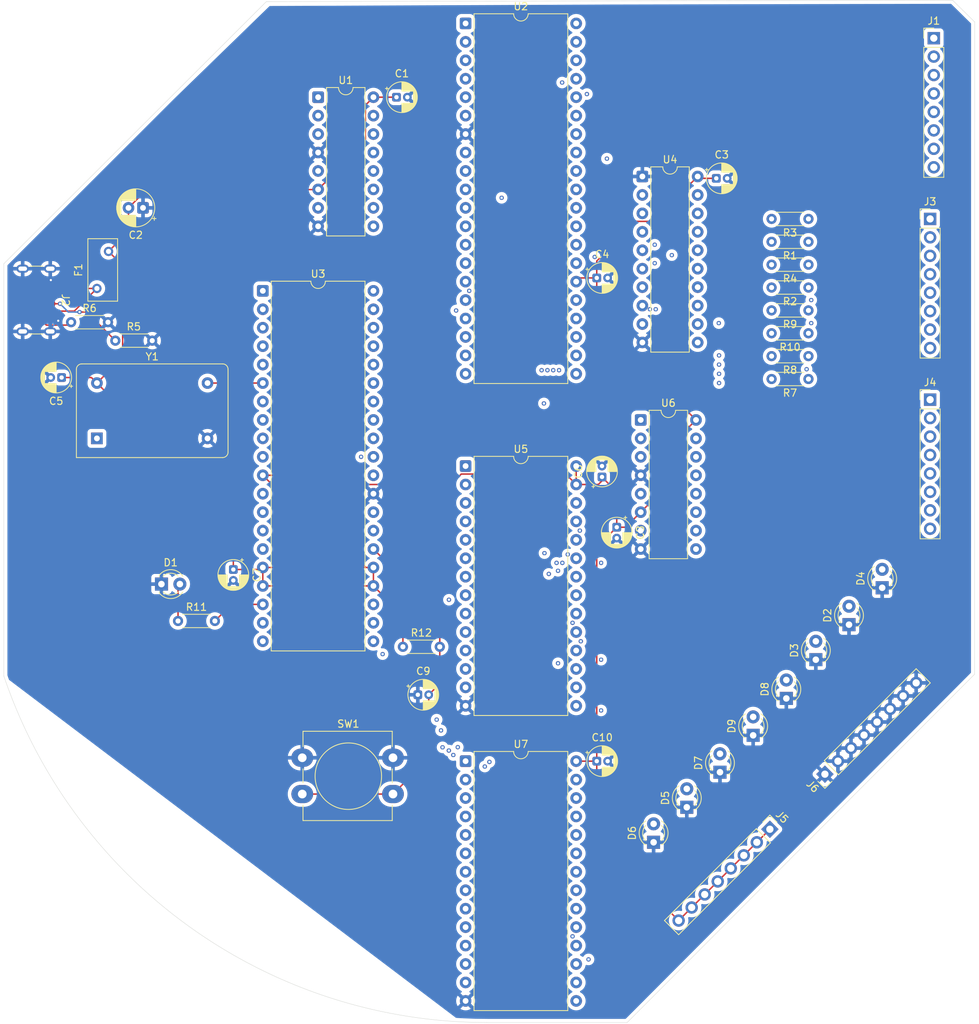
<source format=kicad_pcb>
(kicad_pcb (version 20241229) (generator "pcbnew") (generator_version "9.0")
  (layers (0 "F.Cu" signal "Positive.Cu") (4 "In1.Cu" signal "A1.Cu") (6 "In2.Cu" signal "A2.Cu") (8 "In3.Cu" signal "D1.Cu") (10 "In4.Cu" signal "D2.Cu") (12 "In5.Cu" signal "MIsc1.Cu") (14 "In6.Cu" signal "Misc2.Cu") (16 "In7.Cu" signal) (18 "In8.Cu" signal) (2 "B.Cu" signal) (13 "F.Paste" user) (15 "B.Paste" user) (5 "F.SilkS" user "F.Silkscreen") (7 "B.SilkS" user "B.Silkscreen") (1 "F.Mask" user) (3 "B.Mask" user) (25 "Edge.Cuts" user))
  (net 0 "")
  (net 1 "+5V")
  (net 2 "GND")
  (net 3 "{slash}RESET")
  (net 4 "Net-(D1-A)")
  (net 5 "Net-(D2-A)")
  (net 6 "Net-(D3-A)")
  (net 7 "Net-(D4-A)")
  (net 8 "Net-(D5-A)")
  (net 9 "Net-(D6-A)")
  (net 10 "Net-(D7-A)")
  (net 11 "Net-(D8-A)")
  (net 12 "Net-(D9-A)")
  (net 13 "Net-(F1-Pad1)")
  (net 14 "Net-(J2-Pin_3)")
  (net 15 "Net-(J2-Pin_7)")
  (net 16 "Net-(J2-Pin_1)")
  (net 17 "Net-(J2-Pin_8)")
  (net 18 "Net-(J2-Pin_4)")
  (net 19 "Net-(J2-Pin_5)")
  (net 20 "Net-(J2-Pin_6)")
  (net 21 "Net-(J2-Pin_2)")
  (net 22 "Net-(J3-Pin_5)")
  (net 23 "Net-(J3-Pin_6)")
  (net 24 "Net-(J3-Pin_3)")
  (net 25 "Net-(J3-Pin_7)")
  (net 26 "Net-(J3-Pin_2)")
  (net 27 "Net-(J3-Pin_1)")
  (net 28 "Net-(J3-Pin_8)")
  (net 29 "Net-(J3-Pin_4)")
  (net 30 "Net-(J4-Pin_8)")
  (net 31 "Net-(J4-Pin_5)")
  (net 32 "Net-(J4-Pin_2)")
  (net 33 "Net-(J4-Pin_7)")
  (net 34 "Net-(J4-Pin_4)")
  (net 35 "Net-(J4-Pin_1)")
  (net 36 "Net-(J4-Pin_6)")
  (net 37 "Net-(J4-Pin_3)")
  (net 38 "Net-(U1-~{HALT})")
  (net 39 "Net-(U3-O0)")
  (net 40 "Net-(U3-O1)")
  (net 41 "Net-(U3-O2)")
  (net 42 "Net-(U3-O3)")
  (net 43 "Net-(U3-O4)")
  (net 44 "Net-(U3-O5)")
  (net 45 "Net-(U3-O6)")
  (net 46 "Net-(U3-O7)")
  (net 47 "Net-(J5-CC1)")
  (net 48 "Net-(J5-CC2)")
  (net 49 "/D0")
  (net 50 "/A15")
  (net 51 "Net-(U1-CLK)")
  (net 52 "{slash}IORQ")
  (net 53 "A1")
  (net 54 "/A7")
  (net 55 "/D1")
  (net 57 "{slash}RD")
  (net 59 "{slash}WR")
  (net 60 "/D4")
  (net 61 "/A3")
  (net 62 "/A14")
  (net 63 "/A12")
  (net 64 "/D7")
  (net 65 "/D3")
  (net 66 "{slash}MREQ")
  (net 67 "/A13")
  (net 68 "/A10")
  (net 69 "/A8")
  (net 70 "/A4")
  (net 71 "/A5")
  (net 72 "/A9")
  (net 73 "/D2")
  (net 75 "/A11")
  (net 76 "/A2")
  (net 77 "/A6")
  (net 78 "/D6")
  (net 79 "/D5")
  (net 80 "A0")
  (net 81 "{slash}CE RAM")
  (net 82 "{slash}LE")
  (net 85 "{slash}CS")
  (net 92 "{slash}CE ROM")
  (footprint "Capacitor_THT:CP_Radial_D4.0mm_P1.50mm" (layer "F.Cu") (at 147.828 94.781401 -90)
    (property "Reference" "C8")
    (property "Value" "0.1u")
  )
  (footprint "Capacitor_THT:CP_Radial_D4.0mm_P1.50mm" (layer "F.Cu") (at 161.544 46.736)
    (property "Reference" "C3")
    (property "Value" "0.1u")
  )
  (footprint "Connector_USB:USB_C_Receptacle_GCT_USB4125-xx-x-0190_6P_TopMnt_Horizontal" (layer "F.Cu") (at 66.77 63.5 -90)
    (property "Reference" "J2")
    (property "Value" "USB_C_Receptacle_PowerOnly_6P" (hide yes))
  )
  (footprint "Connector_PinHeader_2.54mm:PinHeader_1x08_P2.54mm_Vertical" (layer "F.Cu") (at 191.008 52.324)
    (property "Reference" "J3")
    (property "Value" "Conn_01x08_Pin")
  )
  (footprint "Package_DIP:DIP-28_W15.24mm" (layer "F.Cu") (at 127 127)
    (property "Reference" "U7")
    (property "Value" "HM62256BLP")
  )
  (footprint "LED_THT:LED_D3.0mm" (layer "F.Cu") (at 166.624 123.444 90)
    (property "Reference" "D9")
    (property "Value" "LED")
  )
  (footprint "Resistor_THT:R_Axial_DIN0204_L3.6mm_D1.6mm_P5.08mm_Horizontal" (layer "F.Cu") (at 174.244 61.774 180)
    (property "Reference" "R2")
    (property "Value" "220")
  )
  (footprint "Resistor_THT:R_Axial_DIN0204_L3.6mm_D1.6mm_P5.08mm_Horizontal" (layer "F.Cu") (at 174.244 74.374 180)
    (property "Reference" "R7")
    (property "Value" "220")
  )
  (footprint "Package_DIP:DIP-40_W15.24mm" (layer "F.Cu") (at 127 25.4)
    (property "Reference" "U2")
    (property "Value" "8255")
  )
  (footprint "Resistor_THT:R_Axial_DIN0204_L3.6mm_D1.6mm_P5.08mm_Horizontal" (layer "F.Cu") (at 174.244 68.074 180)
    (property "Reference" "R10")
    (property "Value" "220")
  )
  (footprint "Package_DIP:DIP-28_W15.24mm" (layer "F.Cu") (at 127 86.36)
    (property "Reference" "U5")
    (property "Value" "KM28C64A")
  )
  (footprint "Capacitor_THT:CP_Radial_D4.0mm_P1.50mm" (layer "F.Cu") (at 117.475 35.56)
    (property "Reference" "C1")
    (property "Value" "0.1u")
  )
  (footprint "Connector_PinHeader_2.54mm:PinHeader_1x08_P2.54mm_Vertical" (layer "F.Cu") (at 176.511949 128.796051 135)
    (property "Reference" "J6")
    (property "Value" "Conn_01x08_Pin")
  )
  (footprint "Connector_PinHeader_2.54mm:PinHeader_1x08_P2.54mm_Vertical" (layer "F.Cu") (at 168.928051 136.379949 -45)
    (property "Reference" "J5")
    (property "Value" "Conn_01x08_Pin")
  )
  (footprint "Capacitor_THT:CP_Radial_D4.0mm_P1.50mm" (layer "F.Cu") (at 71.3346 74.168 180)
    (property "Reference" "C5")
    (property "Value" "0.1u")
  )
  (footprint "Capacitor_THT:CP_Radial_D4.0mm_P1.50mm" (layer "F.Cu") (at 94.996 100.608 -90)
    (property "Reference" "C7")
    (property "Value" "0.1u")
  )
  (footprint "LED_THT:LED_D3.0mm" (layer "F.Cu") (at 179.832 108.204 90)
    (property "Reference" "D2")
    (property "Value" "LED")
  )
  (footprint "Resistor_THT:R_Axial_DIN0204_L3.6mm_D1.6mm_P5.08mm_Horizontal" (layer "F.Cu") (at 174.244 64.924 180)
    (property "Reference" "R9")
    (property "Value" "220")
  )
  (footprint "Capacitor_THT:CP_Radial_D5.0mm_P2.00mm" (layer "F.Cu") (at 82.55 50.8 180)
    (property "Reference" "C2")
    (property "Value" "10u")
  )
  (footprint "Package_DIP:DIP-40_W15.24mm" (layer "F.Cu") (at 99.06 62.23)
    (property "Reference" "U3")
    (property "Value" "Z84C00xxP")
  )
  (footprint "LED_THT:LED_D3.0mm" (layer "F.Cu") (at 157.48 133.35 90)
    (property "Reference" "D5")
    (property "Value" "LED")
  )
  (footprint "LED_THT:LED_D3.0mm" (layer "F.Cu") (at 171.196 118.364 90)
    (property "Reference" "D8")
    (property "Value" "LED")
  )
  (footprint "Connector_PinHeader_2.54mm:PinHeader_1x08_P2.54mm_Vertical" (layer "F.Cu") (at 191.008 77.216)
    (property "Reference" "J4")
    (property "Value" "Conn_01x08_Pin")
  )
  (footprint "Package_DIP:CERDIP-16_W7.62mm_SideBrazed" (layer "F.Cu") (at 151.13 80.01)
    (property "Reference" "U6")
    (property "Value" "74HC138")
  )
  (footprint "Resistor_THT:R_Axial_DIN0204_L3.6mm_D1.6mm_P5.08mm_Horizontal" (layer "F.Cu") (at 87.376 107.696)
    (property "Reference" "R11")
    (property "Value" "220")
  )
  (footprint "Capacitor_THT:CP_Radial_D4.0mm_P1.50mm" (layer "F.Cu") (at 120.42 117.856)
    (property "Reference" "C9")
    (property "Value" "100nF")
  )
  (footprint "Resistor_THT:R_Axial_DIN0204_L3.6mm_D1.6mm_P5.08mm_Horizontal" (layer "F.Cu") (at 174.244 52.324 180)
    (property "Reference" "R3")
    (property "Value" "220")
  )
  (footprint "Connector_PinHeader_2.54mm:PinHeader_1x08_P2.54mm_Vertical" (layer "F.Cu") (at 191.516 27.432)
    (property "Reference" "J1")
    (property "Value" "Conn_01x08_Pin")
  )
  (footprint "Capacitor_THT:CP_Radial_D4.0mm_P1.50mm" (layer "F.Cu") (at 145.073401 127)
    (property "Reference" "C10")
    (property "Value" "0.1u")
  )
  (footprint "Resistor_THT:R_Axial_DIN0204_L3.6mm_D1.6mm_P5.08mm_Horizontal" (layer "F.Cu") (at 174.244 71.224 180)
    (property "Reference" "R8")
    (property "Value" "220")
  )
  (footprint "Oscillator:Oscillator_DIP-14" (layer "F.Cu") (at 76.2 82.55)
    (property "Reference" "Y1")
    (property "Value" "ACO-xxxMHz")
  )
  (footprint "Resistor_THT:R_Axial_DIN0204_L3.6mm_D1.6mm_P5.08mm_Horizontal" (layer "F.Cu") (at 72.644 66.548)
    (property "Reference" "R6")
    (property "Value" "5.1k")
  )
  (footprint "Resistor_THT:R_Axial_DIN0204_L3.6mm_D1.6mm_P5.08mm_Horizontal" (layer "F.Cu") (at 118.364 111.252)
    (property "Reference" "R12")
    (property "Value" "5k")
  )
  (footprint "LED_THT:LED_D3.0mm" (layer "F.Cu") (at 152.908 138.176 90)
    (property "Reference" "D6")
    (property "Value" "LED")
  )
  (footprint "Resistor_THT:R_Axial_DIN0204_L3.6mm_D1.6mm_P5.08mm_Horizontal" (layer "F.Cu") (at 174.244 58.624 180)
    (property "Reference" "R4")
    (property "Value" "220")
  )
  (footprint "Resistor_THT:R_Axial_DIN0204_L3.6mm_D1.6mm_P5.08mm_Horizontal" (layer "F.Cu") (at 78.74 69.088)
    (property "Reference" "R5")
    (property "Value" "5.1k")
  )
  (footprint "LED_THT:LED_D3.0mm" (layer "F.Cu") (at 85.09 102.616)
    (property "Reference" "D1")
    (property "Value" "LED")
  )
  (footprint "LED_THT:LED_D3.0mm" (layer "F.Cu") (at 175.26 113.03 90)
    (property "Reference" "D3")
    (property "Value" "LED")
  )
  (footprint "Package_DIP:CERDIP-20_W7.62mm_SideBrazed" (layer "F.Cu") (at 151.36 46.482)
    (property "Reference" "U4")
    (property "Value" "74LS373")
  )
  (footprint "LED_THT:LED_D3.0mm" (layer "F.Cu") (at 162.052 128.524 90)
    (property "Reference" "D7")
    (property "Value" "LED")
  )
  (footprint "Capacitor_THT:CP_Radial_D4.0mm_P1.50mm" (layer "F.Cu") (at 145.073401 60.452)
    (property "Reference" "C4")
    (property "Value" "0.1u")
  )
  (footprint "Package_DIP:CERDIP-16_W7.62mm_SideBrazed" (layer "F.Cu") (at 106.68 35.56)
    (property "Reference" "U1")
    (property "Value" "74HC138")
  )
  (footprint "Capacitor_THT:CP_Radial_D4.0mm_P1.50mm" (layer "F.Cu") (at 145.796 87.86 90)
    (property "Reference" "C6")
    (property "Value" "0.1u")
  )
  (footprint "LED_THT:LED_D3.0mm" (layer "F.Cu") (at 184.404 103.124 90)
    (property "Reference" "D4")
    (property "Value" "LED")
  )
  (footprint "Button_Switch_THT:SW_PUSH-12mm_Wuerth-430476085716" (layer "F.Cu") (at 104.494 126.532)
    (property "Reference" "SW1")
    (property "Value" "SW_Push")
  )
  (footprint "Fuse:Fuse_BelFuse_0ZRE0005FF_L8.3mm_W3.8mm" (layer "F.Cu") (at 76.2 61.9 90)
    (property "Reference" "F1")
    (property "Value" "Polyfuse_Small")
  )
  (footprint "Resistor_THT:R_Axial_DIN0204_L3.6mm_D1.6mm_P5.08mm_Horizontal" (layer "F.Cu") (at 174.244 55.474 180)
    (property "Reference" "R1")
    (property "Value" "220")
  )
  (gr_line (start 63.37 58.5) (end 63.37 115.27) (stroke (width 0.05)) (layer "Edge.Cuts"))
  (gr_line (start 149.26 163) (end 129.95 163) (stroke (width 0.05)) (layer "Edge.Cuts"))
  (gr_line (start 194.1 22.2) (end 197.15 25.2) (stroke (width 0.05)) (layer "Edge.Cuts"))
  (gr_line (start 197.15 25.2) (end 197.14 115.03) (stroke (width 0.05)) (layer "Edge.Cuts"))
  (gr_line (start 194.1 22.2) (end 99.54 22.4) (stroke (width 0.05)) (layer "Edge.Cuts"))
  (gr_arc (start 129.95 162.994714) (mid 88.991043 149.831199) (end 63.37 115.27) (stroke (width 0.05)) (layer "Edge.Cuts"))
  (gr_line (start 99.54 22.4) (end 63.37 58.5) (stroke (width 0.05)) (layer "Edge.Cuts"))
  (gr_line (start 197.14 115.03) (end 149.26 163) (stroke (width 0.05)) (layer "Edge.Cuts"))
  (gr_text "Bury a Friend, Comrade!!!!" (at 95.7 118.82 0) (layer "F.Cu") (effects (font (size 1.5 1.5) (thickness 0.3) (bold yes)) (justify bottom)))
  (segment (start 145.288 88.9) (end 142.24 88.9) (width 0.2) (layer "F.Cu") (net 1))
  (segment (start 145.073401 66.333401) (end 145.073401 60.452) (width 0.2) (layer "F.Cu") (net 1))
  (segment (start 145.073401 127) (end 142.24 127) (width 0.2) (layer "F.Cu") (net 1))
  (segment (start 98.782 100.608) (end 99.06 100.33) (width 0.2) (layer "F.Cu") (net 1))
  (segment (start 153.416 90.424) (end 153.416 85.344) (width 0.2) (layer "F.Cu") (net 1))
  (segment (start 118.364 106.934) (end 114.3 102.87) (width 0.2) (layer "F.Cu") (net 1))
  (segment (start 145.796 88.392) (end 145.288 88.9) (width 0.2) (layer "F.Cu") (net 1))
  (segment (start 75.438 74.168) (end 76.2 74.93) (width 0.2) (layer "F.Cu") (net 1))
  (segment (start 94.996 93.726) (end 94.996 100.608) (width 0.2) (layer "F.Cu") (net 1))
  (segment (start 153.416 85.344) (end 158.75 80.01) (width 0.2) (layer "F.Cu") (net 1))
  (segment (start 113.284 100.33) (end 100.584 87.63) (width 0.2) (layer "F.Cu") (net 1))
  (segment (start 145.073401 127) (end 145.073401 137.670017) (width 0.2) (layer "F.Cu") (net 1))
  (segment (start 147.828 89.916) (end 147.828 94.781401) (width 0.2) (layer "F.Cu") (net 1))
  (segment (start 145.796 87.884) (end 147.828 89.916) (width 0.2) (layer "F.Cu") (net 1))
  (segment (start 140.801 87.461) (end 142.24 88.9) (width 0.2) (layer "F.Cu") (net 1))
  (segment (start 83.066 48.284) (end 103.124 48.284) (width 0.2) (layer "F.Cu") (net 1))
  (segment (start 145.073401 137.670017) (end 156.355692 148.952308) (width 0.2) (layer "F.Cu") (net 1))
  (segment (start 71.3346 74.168) (end 75.438 74.168) (width 0.2) (layer "F.Cu") (net 1))
  (segment (start 114.3 100.33) (end 113.284 100.33) (width 0.2) (layer "F.Cu") (net 1))
  (segment (start 152.799 52.663) (end 150.537 52.663) (width 0.2) (layer "F.Cu") (net 1))
  (segment (start 76.2 74.93) (end 79.741 71.389) (width 0.2) (layer "F.Cu") (net 1))
  (segment (start 158.98 46.482) (end 152.799 52.663) (width 0.2) (layer "F.Cu") (net 1))
  (segment (start 149.058599 94.781401) (end 151.13 92.71) (width 0.2) (layer "F.Cu") (net 1))
  (segment (start 113.199 41.741) (end 113.199 36.661) (width 0.2) (layer "F.Cu") (net 1))
  (segment (start 145.312 88.9) (end 145.288 88.9) (width 0.2) (layer "F.Cu") (net 1))
  (segment (start 145.073401 97.536) (end 145.073401 127) (width 0.2) (layer "F.Cu") (net 1))
  (segment (start 145.073401 60.452) (end 142.748 60.452) (width 0.2) (layer "F.Cu") (net 1))
  (segment (start 151.13 92.71) (end 153.416 90.424) (width 0.2) (layer "F.Cu") (net 1))
  (segment (start 159.234 46.736) (end 158.98 46.482) (width 0.2) (layer "F.Cu") (net 1))
  (segment (start 114.3 35.56) (end 117.475 35.56) (width 0.2) (layer "F.Cu") (net 1))
  (segment (start 103.124 48.284) (end 106.656 48.284) (width 0.2) (layer "F.Cu") (net 1))
  (segment (start 100.33 88.9) (end 124.968 88.9) (width 0.2) (layer "F.Cu") (net 1))
  (segment (start 147.828 94.781401) (end 145.073401 97.536) (width 0.2) (layer "F.Cu") (net 1))
  (segment (start 161.544 46.736) (end 159.234 46.736) (width 0.2) (layer "F.Cu") (net 1))
  (segment (start 94.996 100.608) (end 98.782 100.608) (width 0.2) (layer "F.Cu") (net 1))
  (segment (start 150.537 52.663) (end 145.073401 58.126599) (width 0.2) (layer "F.Cu") (net 1))
  (segment (start 79.741 71.389) (end 79.741 58.741) (width 0.2) (layer "F.Cu") (net 1))
  (segment (start 76.2 74.93) (end 94.996 93.726) (width 0.2) (layer "F.Cu") (net 1))
  (segment (start 77.8 56.8) (end 80.55 54.05) (width 0.2) (layer "F.Cu") (net 1))
  (segment (start 79.741 58.741) (end 77.8 56.8) (width 0.2) (layer "F.Cu") (net 1))
  (segment (start 118.364 111.252) (end 118.364 106.934) (width 0.2) (layer "F.Cu") (net 1))
  (segment (start 126.407 87.461) (end 140.801 87.461) (width 0.2) (layer "F.Cu") (net 1))
  (segment (start 147.828 94.781401) (end 149.058599 94.781401) (width 0.2) (layer "F.Cu") (net 1))
  (segment (start 124.968 88.9) (end 126.407 87.461) (width 0.2) (layer "F.Cu") (net 1))
  (segment (start 113.199 36.661) (end 114.3 35.56) (width 0.2) (layer "F.Cu") (net 1))
  (segment (start 99.06 102.87) (end 99.06 100.33) (width 0.2) (layer "F.Cu") (net 1))
  (segment (start 142.748 60.452) (end 142.24 60.96) (width 0.2) (layer "F.Cu") (net 1))
  (segment (start 106.656 48.284) (end 106.68 48.26) (width 0.2) (layer "F.Cu") (net 1))
  (segment (start 114.3 102.87) (end 114.3 100.33) (width 0.2) (layer "F.Cu") (net 1))
  (segment (start 99.06 100.33) (end 114.3 100.33) (width 0.2) (layer "F.Cu") (net 1))
  (segment (start 100.584 87.63) (end 99.06 87.63) (width 0.2) (layer "F.Cu") (net 1))
  (segment (start 142.24 88.9) (end 142.24 86.36) (width 0.2) (layer "F.Cu") (net 1))
  (segment (start 80.55 50.8) (end 83.066 48.284) (width 0.2) (layer "F.Cu") (net 1))
  (segment (start 145.073401 58.126599) (end 145.073401 60.452) (width 0.2) (layer "F.Cu") (net 1))
  (segment (start 99.06 87.63) (end 100.33 88.9) (width 0.2) (layer "F.Cu") (net 1))
  (segment (start 80.55 54.05) (end 80.55 50.8) (width 0.2) (layer "F.Cu") (net 1))
  (segment (start 145.796 87.86) (end 145.796 87.884) (width 0.2) (layer "F.Cu") (net 1))
  (segment (start 99.06 102.87) (end 114.3 102.87) (width 0.2) (layer "F.Cu") (net 1))
  (segment (start 158.75 80.01) (end 145.073401 66.333401) (width 0.2) (layer "F.Cu") (net 1))
  (segment (start 106.68 48.26) (end 113.199 41.741) (width 0.2) (layer "F.Cu") (net 1))
  (segment (start 156.355692 148.952308) (end 168.928051 136.379949) (width 0.2) (layer "F.Cu") (net 1))
  (segment (start 145.796 87.86) (end 145.796 88.392) (width 0.2) (layer "F.Cu") (net 1))
  (segment (start 69.951 66.351) (end 69.85 66.25) (width 0.2) (layer "F.Cu") (net 2))
  (segment (start 70.87 66.351) (end 69.951 66.351) (width 0.2) (layer "F.Cu") (net 2))
  (via (at 70.87 66.351) (size 0.6) (drill 0.3) (layers "F.Cu" "B.Cu") (net 2))
  (via (at 69.85 60.75) (size 0.6) (drill 0.3) (layers "F.Cu" "B.Cu") (net 2))
  (segment (start 69.77 67.82) (end 69.77 67.451) (width 0.2) (layer "B.Cu") (net 2))
  (segment (start 69.77 59.18) (end 69.77 60.67) (width 0.2) (layer "B.Cu") (net 2))
  (segment (start 69.77 67.451) (end 70.87 66.351) (width 0.2) (layer "B.Cu") (net 2))
  (segment (start 69.77 60.67) (end 69.85 60.75) (width 0.2) (layer "B.Cu") (net 2))
  (segment (start 65.97 59.18) (end 69.77 59.18) (width 0.2) (layer "B.Cu") (net 2))
  (segment (start 123.444 106.934) (end 114.3 97.79) (width 0.2) (layer "F.Cu") (net 3))
  (segment (start 123.444 111.252) (end 123.444 116.332) (width 0.2) (layer "F.Cu") (net 3))
  (segment (start 121.92 126.606) (end 116.994 131.532) (width 0.2) (layer "F.Cu") (net 3))
  (segment (start 123.444 116.332) (end 121.92 117.856) (width 0.2) (layer "F.Cu") (net 3))
  (segment (start 104.494 131.532) (end 116.994 131.532) (width 0.2) (layer "F.Cu") (net 3))
  (segment (start 123.444 111.252) (end 123.444 106.934) (width 0.2) (layer "F.Cu") (net 3))
  (segment (start 121.92 117.856) (end 121.92 126.606) (width 0.2) (layer "F.Cu") (net 3))
  (segment (start 87.376 107.696) (end 87.376 102.87) (width 0.2) (layer "F.Cu") (net 4))
  (segment (start 87.376 102.87) (end 87.63 102.616) (width 0.2) (layer "F.Cu") (net 4))
  (via (at 173.99 73.025) (size 0.6) (drill 0.3) (layers "F.Cu" "B.Cu") (net 6))
  (via (at 174.625 66.675) (size 0.6) (drill 0.3) (layers "F.Cu" "B.Cu") (net 8))
  (via (at 174.625 63.5) (size 0.6) (drill 0.3) (layers "F.Cu" "B.Cu") (net 9))
  (segment (start 69.93 61.9) (end 69.85 61.98) (width 0.2) (layer "F.Cu") (net 13))
  (segment (start 76.2 61.9) (end 73.08 65.02) (width 0.2) (layer "F.Cu") (net 13))
  (segment (start 76.2 61.9) (end 69.93 61.9) (width 0.2) (layer "F.Cu") (net 13))
  (segment (start 73.08 65.02) (end 69.85 65.02) (width 0.2) (layer "F.Cu") (net 13))
  (via (at 137.795 77.735) (size 0.6) (drill 0.3) (layers "F.Cu" "B.Cu") (net 15))
  (via (at 140.303273 33.541097) (size 0.6) (drill 0.3) (layers "F.Cu" "B.Cu") (net 17))
  (via (at 143.71576 35.13076) (size 0.6) (drill 0.3) (layers "F.Cu" "B.Cu") (net 20))
  (via (at 139.875765 73.159) (size 0.6) (drill 0.3) (layers "F.Cu" "B.Cu") (net 22))
  (via (at 139.075762 73.159) (size 0.6) (drill 0.3) (layers "F.Cu" "B.Cu") (net 23))
  (via (at 138.275759 73.159) (size 0.6) (drill 0.3) (layers "F.Cu" "B.Cu") (net 25))
  (via (at 137.475756 73.159) (size 0.6) (drill 0.3) (layers "F.Cu" "B.Cu") (net 28))
  (segment (start 92.456 107.696) (end 94.742 105.41) (width 0.2) (layer "F.Cu") (net 38))
  (segment (start 94.742 105.41) (end 99.06 105.41) (width 0.2) (layer "F.Cu") (net 38))
  (via (at 161.925 74.93) (size 0.6) (drill 0.3) (layers "F.Cu" "B.Cu") (net 39))
  (via (at 161.925 73.66) (size 0.6) (drill 0.3) (layers "F.Cu" "B.Cu") (net 40))
  (via (at 161.925 72.39) (size 0.6) (drill 0.3) (layers "F.Cu" "B.Cu") (net 41))
  (via (at 161.925 71.12) (size 0.6) (drill 0.3) (layers "F.Cu" "B.Cu") (net 42))
  (via (at 161.89 66.675) (size 0.6) (drill 0.3) (layers "F.Cu" "B.Cu") (net 43))
  (segment (start 69.25 63) (end 69.85 63) (width 0.2) (layer "F.Cu") (net 47))
  (segment (start 68.949 63.301) (end 69.25 63) (width 0.2) (layer "F.Cu") (net 47))
  (segment (start 68.949 66.663064) (end 68.949 63.301) (width 0.2) (layer "F.Cu") (net 47))
  (segment (start 72.241 66.951) (end 69.236936 66.951) (width 0.2) (layer "F.Cu") (net 47))
  (segment (start 72.644 66.548) (end 72.241 66.951) (width 0.2) (layer "F.Cu") (net 47))
  (segment (start 69.236936 66.951) (end 68.949 66.663064) (width 0.2) (layer "F.Cu") (net 47))
  (segment (start 74.798341 65.146341) (end 73.802189 65.146341) (width 0.2) (layer "F.Cu") (net 48))
  (segment (start 69.858 64.008) (end 69.85 64) (width 0.2) (layer "F.Cu") (net 48))
  (segment (start 78.74 69.088) (end 74.798341 65.146341) (width 0.2) (layer "F.Cu") (net 48))
  (segment (start 71.12 64.008) (end 69.858 64.008) (width 0.2) (layer "F.Cu") (net 48))
  (via (at 73.802189 65.146341) (size 0.6) (drill 0.3) (layers "F.Cu" "B.Cu") (net 48))
  (via (at 71.12 64.008) (size 0.6) (drill 0.3) (layers "F.Cu" "B.Cu") (net 48))
  (segment (start 72.258341 65.146341) (end 71.12 64.008) (width 0.2) (layer "B.Cu") (net 48))
  (segment (start 73.802189 65.146341) (end 72.258341 65.146341) (width 0.2) (layer "B.Cu") (net 48))
  (segment (start 91.44 74.93) (end 99.06 74.93) (width 0.2) (layer "F.Cu") (net 51))
  (via (at 112.599 85.09) (size 0.6) (drill 0.3) (layers "F.Cu" "B.Cu") (net 53))
  (via (at 130.281765 127.106765) (size 0.6) (drill 0.3) (layers "F.Cu" "B.Cu") (net 53))
  (via (at 137.867815 98.352185) (size 0.6) (drill 0.3) (layers "F.Cu" "B.Cu") (net 54))
  (via (at 139.735 113.52) (size 0.6) (drill 0.3) (layers "F.Cu" "B.Cu") (net 57))
  (via (at 115.57 112.261) (size 0.6) (drill 0.3) (layers "F.Cu" "B.Cu") (net 59))
  (via (at 131.96826 49.41826) (size 0.6) (drill 0.3) (layers "F.Cu" "B.Cu") (net 60))
  (via (at 124.692273 125.540802) (size 0.6) (drill 0.3) (layers "F.Cu" "B.Cu") (net 61))
  (via (at 139.735 100.786473) (size 0.6) (drill 0.3) (layers "F.Cu" "B.Cu") (net 63))
  (via (at 138.467815 101.216342) (size 0.6) (drill 0.3) (layers "F.Cu" "B.Cu") (net 63))
  (via (at 141.739 107.95) (size 0.6) (drill 0.3) (layers "F.Cu" "B.Cu") (net 64))
  (via (at 144.791946 57.559524) (size 0.6) (drill 0.3) (layers "F.Cu" "B.Cu") (net 64))
  (via (at 142.875 110.49) (size 0.6) (drill 0.3) (layers "F.Cu" "B.Cu") (net 64))
  (via (at 146.474265 44.025735) (size 0.6) (drill 0.3) (layers "F.Cu" "B.Cu") (net 65))
  (via (at 152.4 64.763) (size 0.6) (drill 0.3) (layers "F.Cu" "B.Cu") (net 65))
  (via (at 145.673401 120.015) (size 0.6) (drill 0.3) (layers "F.Cu" "B.Cu") (net 65))
  (via (at 142.741 95.25) (size 0.6) (drill 0.3) (layers "F.Cu" "B.Cu") (net 69))
  (via (at 125.305735 126.154265) (size 0.6) (drill 0.3) (layers "F.Cu" "B.Cu") (net 70))
  (via (at 129.646765 127.741765) (size 0.6) (drill 0.3) (layers "F.Cu" "B.Cu") (net 71))
  (via (at 139.534997 99.695) (size 0.6) (drill 0.3) (layers "F.Cu" "B.Cu") (net 72))
  (via (at 123.014265 121.285) (size 0.6) (drill 0.3) (layers "F.Cu" "B.Cu") (net 73))
  (via (at 125.924632 125.076103) (size 0.6) (drill 0.3) (layers "F.Cu" "B.Cu") (net 73))
  (via (at 140.335 99.695) (size 0.6) (drill 0.3) (layers "F.Cu" "B.Cu") (net 75))
  (via (at 141.076765 98.531765) (size 0.6) (drill 0.3) (layers "F.Cu" "B.Cu") (net 75))
  (via (at 145.673401 99.695) (size 0.6) (drill 0.3) (layers "F.Cu" "B.Cu") (net 75))
  (via (at 124.705735 104.775) (size 0.6) (drill 0.3) (layers "F.Cu" "B.Cu") (net 76))
  (via (at 123.825 125.095) (size 0.6) (drill 0.3) (layers "F.Cu" "B.Cu") (net 76))
  (via (at 125.695594 64.939174) (size 0.6) (drill 0.3) (layers "F.Cu" "B.Cu") (net 78))
  (via (at 145.673401 113.03) (size 0.6) (drill 0.3) (layers "F.Cu" "B.Cu") (net 78))
  (via (at 155.415765 57.309235) (size 0.6) (drill 0.3) (layers "F.Cu" "B.Cu") (net 78))
  (via (at 153.200003 64.763) (size 0.6) (drill 0.3) (layers "F.Cu" "B.Cu") (net 78))
  (via (at 141.739 151.13) (size 0.6) (drill 0.3) (layers "F.Cu" "B.Cu") (net 78))
  (via (at 153.061 58.42) (size 0.6) (drill 0.3) (layers "F.Cu" "B.Cu") (net 78))
  (via (at 143.941 154.305) (size 0.6) (drill 0.3) (layers "F.Cu" "B.Cu") (net 79))
  (via (at 153.061 55.88) (size 0.6) (drill 0.3) (layers "F.Cu" "B.Cu") (net 79))
  (via (at 127.501 62.23) (size 0.6) (drill 0.3) (layers "F.Cu" "B.Cu") (net 79))
  (via (at 123.614265 122.765735) (size 0.6) (drill 0.3) (layers "F.Cu" "B.Cu") (net 80))
  (zone (net 2) (net_name "GND") (layer "B.Cu") (connect_pads (clearance 0.5)) (min_thickness 0.25) (fill yes (thermal_gap 0.5) (thermal_bridge_width 0.5))
    (polygon (pts (xy 63.43 58.52) (xy 63.44 115.31) (xy 126 162.6) (xy 149.1 162.8) (xy 197 115) (xy 196.8 25.2) (xy 194.1 22.6) (xy 100 23)))
  )
)
</source>
